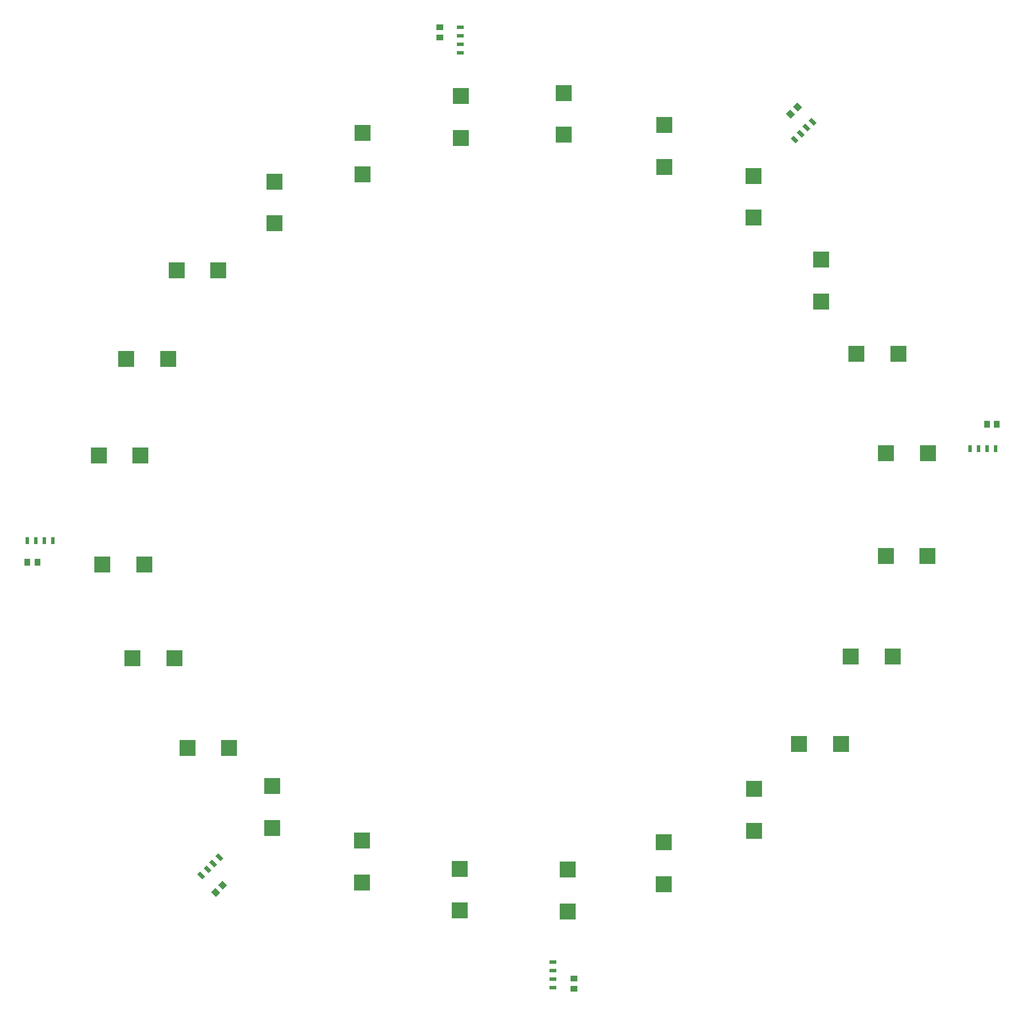
<source format=gbr>
G04 #@! TF.FileFunction,Paste,Bot*
%FSLAX46Y46*%
G04 Gerber Fmt 4.6, Leading zero omitted, Abs format (unit mm)*
G04 Created by KiCad (PCBNEW 4.0.1-stable) date 2/3/2016 8:32:50 AM*
%MOMM*%
G01*
G04 APERTURE LIST*
%ADD10C,0.100000*%
%ADD11R,2.430000X2.370000*%
%ADD12R,2.370000X2.430000*%
%ADD13R,1.000760X0.899160*%
%ADD14R,0.899160X1.000760*%
%ADD15R,1.050000X0.600000*%
%ADD16R,0.600000X1.050000*%
G04 APERTURE END LIST*
D10*
D11*
X99305040Y-32674880D03*
X99305040Y-26434880D03*
D12*
X134433242Y-123529800D03*
X140673242Y-123529800D03*
X41312640Y-110697720D03*
X35072640Y-110697720D03*
D11*
X114321520Y-37485640D03*
X114321520Y-31245640D03*
X127727640Y-130188800D03*
X127727640Y-136428800D03*
D12*
X36842240Y-96727720D03*
X30602240Y-96727720D03*
D11*
X127595560Y-45049760D03*
X127595560Y-38809760D03*
X114280880Y-138154240D03*
X114280880Y-144394240D03*
D12*
X36283440Y-80517440D03*
X30043440Y-80517440D03*
D11*
X137659040Y-57505920D03*
X137659040Y-51265920D03*
X99929880Y-142218240D03*
X99929880Y-148458240D03*
D12*
X40423640Y-66049600D03*
X34183640Y-66049600D03*
X142961680Y-65328240D03*
X149201680Y-65328240D03*
D11*
X83821200Y-142096320D03*
X83821200Y-148336320D03*
D12*
X47896320Y-52912720D03*
X41656320Y-52912720D03*
X147386360Y-80156760D03*
X153626360Y-80156760D03*
D11*
X69292400Y-137905320D03*
X69292400Y-144145320D03*
X56267280Y-45883762D03*
X56267280Y-39643762D03*
D12*
X147331362Y-95498360D03*
X153571362Y-95498360D03*
D11*
X55881200Y-129802720D03*
X55881200Y-136042720D03*
X69343200Y-38599042D03*
X69343200Y-32359042D03*
D12*
X142129442Y-110489440D03*
X148369442Y-110489440D03*
X49506680Y-124129240D03*
X43266680Y-124129240D03*
D11*
X83999000Y-33167640D03*
X83999000Y-26927640D03*
D13*
X80915440Y-16631360D03*
X80915440Y-18135040D03*
D14*
X163887080Y-75813360D03*
X162383400Y-75813360D03*
X19437280Y-96417840D03*
X20940960Y-96417840D03*
D10*
G36*
X134254032Y-29181892D02*
X133546388Y-28474248D01*
X134182190Y-27838446D01*
X134889834Y-28546090D01*
X134254032Y-29181892D01*
X134254032Y-29181892D01*
G37*
G36*
X133190770Y-30245154D02*
X132483126Y-29537510D01*
X133118928Y-28901708D01*
X133826572Y-29609352D01*
X133190770Y-30245154D01*
X133190770Y-30245154D01*
G37*
D13*
X100839200Y-159994040D03*
X100839200Y-158490360D03*
D10*
G36*
X47429488Y-144928908D02*
X48137132Y-145636552D01*
X47501330Y-146272354D01*
X46793686Y-145564710D01*
X47429488Y-144928908D01*
X47429488Y-144928908D01*
G37*
G36*
X48492750Y-143865646D02*
X49200394Y-144573290D01*
X48564592Y-145209092D01*
X47856948Y-144501448D01*
X48492750Y-143865646D01*
X48492750Y-143865646D01*
G37*
D15*
X83932440Y-19186600D03*
X83932440Y-20456600D03*
X83932440Y-17916600D03*
X83932440Y-16646600D03*
D16*
X161169280Y-79450120D03*
X159899280Y-79450120D03*
X162439280Y-79450120D03*
X163709280Y-79450120D03*
X21977280Y-93197640D03*
X23247280Y-93197640D03*
X20707280Y-93197640D03*
X19437280Y-93197640D03*
D10*
G36*
X134787350Y-33054999D02*
X134044888Y-32312537D01*
X134469152Y-31888273D01*
X135211614Y-32630735D01*
X134787350Y-33054999D01*
X134787350Y-33054999D01*
G37*
G36*
X133889324Y-33953025D02*
X133146862Y-33210563D01*
X133571126Y-32786299D01*
X134313588Y-33528761D01*
X133889324Y-33953025D01*
X133889324Y-33953025D01*
G37*
G36*
X135685375Y-32156974D02*
X134942913Y-31414512D01*
X135367177Y-30990248D01*
X136109639Y-31732710D01*
X135685375Y-32156974D01*
X135685375Y-32156974D01*
G37*
G36*
X136583401Y-31258948D02*
X135840939Y-30516486D01*
X136265203Y-30092222D01*
X137007665Y-30834684D01*
X136583401Y-31258948D01*
X136583401Y-31258948D01*
G37*
D15*
X97771400Y-157261000D03*
X97771400Y-155991000D03*
X97771400Y-158531000D03*
X97771400Y-159801000D03*
D10*
G36*
X46972370Y-140684961D02*
X47714832Y-141427423D01*
X47290568Y-141851687D01*
X46548106Y-141109225D01*
X46972370Y-140684961D01*
X46972370Y-140684961D01*
G37*
G36*
X47870396Y-139786935D02*
X48612858Y-140529397D01*
X48188594Y-140953661D01*
X47446132Y-140211199D01*
X47870396Y-139786935D01*
X47870396Y-139786935D01*
G37*
G36*
X46074345Y-141582986D02*
X46816807Y-142325448D01*
X46392543Y-142749712D01*
X45650081Y-142007250D01*
X46074345Y-141582986D01*
X46074345Y-141582986D01*
G37*
G36*
X45176319Y-142481012D02*
X45918781Y-143223474D01*
X45494517Y-143647738D01*
X44752055Y-142905276D01*
X45176319Y-142481012D01*
X45176319Y-142481012D01*
G37*
M02*

</source>
